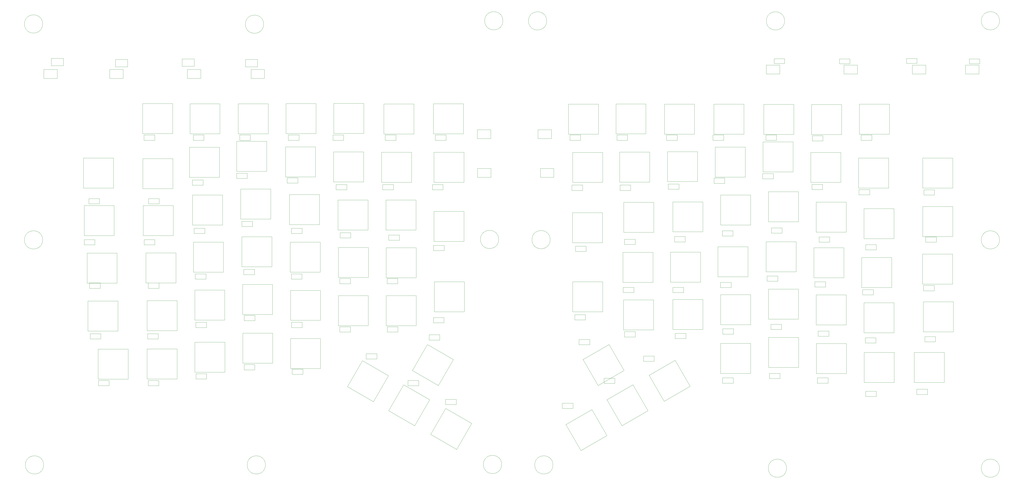
<source format=gbr>
%TF.GenerationSoftware,KiCad,Pcbnew,7.0.0-da2b9df05c~163~ubuntu22.04.1*%
%TF.CreationDate,2023-02-19T13:11:16+01:00*%
%TF.ProjectId,europe-ergo-smd,6575726f-7065-42d6-9572-676f2d736d64,rev?*%
%TF.SameCoordinates,Original*%
%TF.FileFunction,Other,User*%
%FSLAX46Y46*%
G04 Gerber Fmt 4.6, Leading zero omitted, Abs format (unit mm)*
G04 Created by KiCad (PCBNEW 7.0.0-da2b9df05c~163~ubuntu22.04.1) date 2023-02-19 13:11:16*
%MOMM*%
%LPD*%
G01*
G04 APERTURE LIST*
%ADD10C,0.050000*%
G04 APERTURE END LIST*
D10*
%TO.C,R12*%
X110870000Y-57950000D02*
X104970000Y-57950000D01*
X110870000Y-54050000D02*
X110870000Y-57950000D01*
X104970000Y-57950000D02*
X104970000Y-54050000D01*
X104970000Y-54050000D02*
X110870000Y-54050000D01*
%TO.C,R11*%
X301410000Y-84450000D02*
X295510000Y-84450000D01*
X301410000Y-80550000D02*
X301410000Y-84450000D01*
X295510000Y-84450000D02*
X295510000Y-80550000D01*
X295510000Y-80550000D02*
X301410000Y-80550000D01*
%TO.C,R10*%
X139870000Y-57950000D02*
X133970000Y-57950000D01*
X139870000Y-54050000D02*
X139870000Y-57950000D01*
X133970000Y-57950000D02*
X133970000Y-54050000D01*
X133970000Y-54050000D02*
X139870000Y-54050000D01*
%TO.C,R9*%
X301490000Y-101450000D02*
X295590000Y-101450000D01*
X301490000Y-97550000D02*
X301490000Y-101450000D01*
X295590000Y-101450000D02*
X295590000Y-97550000D01*
X295590000Y-97550000D02*
X301490000Y-97550000D01*
%TO.C,R8*%
X168050000Y-54050000D02*
X173950000Y-54050000D01*
X168050000Y-57950000D02*
X168050000Y-54050000D01*
X173950000Y-54050000D02*
X173950000Y-57950000D01*
X173950000Y-57950000D02*
X168050000Y-57950000D01*
%TO.C,R7*%
X196050000Y-54050000D02*
X201950000Y-54050000D01*
X196050000Y-57950000D02*
X196050000Y-54050000D01*
X201950000Y-54050000D02*
X201950000Y-57950000D01*
X201950000Y-57950000D02*
X196050000Y-57950000D01*
%TO.C,R6*%
X515960000Y-55950000D02*
X510060000Y-55950000D01*
X515960000Y-52050000D02*
X515960000Y-55950000D01*
X510060000Y-55950000D02*
X510060000Y-52050000D01*
X510060000Y-52050000D02*
X515960000Y-52050000D01*
%TO.C,R5*%
X322140000Y-80550000D02*
X328040000Y-80550000D01*
X322140000Y-84450000D02*
X322140000Y-80550000D01*
X328040000Y-80550000D02*
X328040000Y-84450000D01*
X328040000Y-84450000D02*
X322140000Y-84450000D01*
%TO.C,R4*%
X486680000Y-52050000D02*
X492580000Y-52050000D01*
X486680000Y-55950000D02*
X486680000Y-52050000D01*
X492580000Y-52050000D02*
X492580000Y-55950000D01*
X492580000Y-55950000D02*
X486680000Y-55950000D01*
%TO.C,R3*%
X323220000Y-97550000D02*
X329120000Y-97550000D01*
X323220000Y-101450000D02*
X323220000Y-97550000D01*
X329120000Y-97550000D02*
X329120000Y-101450000D01*
X329120000Y-101450000D02*
X323220000Y-101450000D01*
%TO.C,R2*%
X456600000Y-52050000D02*
X462500000Y-52050000D01*
X456600000Y-55950000D02*
X456600000Y-52050000D01*
X462500000Y-52050000D02*
X462500000Y-55950000D01*
X462500000Y-55950000D02*
X456600000Y-55950000D01*
%TO.C,R1*%
X428420000Y-55950000D02*
X422520000Y-55950000D01*
X428420000Y-52050000D02*
X428420000Y-55950000D01*
X422520000Y-55950000D02*
X422520000Y-52050000D01*
X422520000Y-52050000D02*
X428420000Y-52050000D01*
%TO.C,D102*%
X153730000Y-85150000D02*
X149030000Y-85150000D01*
X149030000Y-82850000D02*
X149030000Y-85150000D01*
X149030000Y-82850000D02*
X153730000Y-82850000D01*
X153730000Y-82850000D02*
X153730000Y-85150000D01*
%TO.C,D101*%
X127450000Y-131150000D02*
X122750000Y-131150000D01*
X122750000Y-128850000D02*
X122750000Y-131150000D01*
X122750000Y-128850000D02*
X127450000Y-128850000D01*
X127450000Y-128850000D02*
X127450000Y-131150000D01*
%TO.C,D100*%
X129460000Y-113150000D02*
X124760000Y-113150000D01*
X124760000Y-110850000D02*
X124760000Y-113150000D01*
X124760000Y-110850000D02*
X129460000Y-110850000D01*
X129460000Y-110850000D02*
X129460000Y-113150000D01*
%TO.C,D99*%
X130050000Y-172530000D02*
X125350000Y-172530000D01*
X125350000Y-170230000D02*
X125350000Y-172530000D01*
X125350000Y-170230000D02*
X130050000Y-170230000D01*
X130050000Y-170230000D02*
X130050000Y-172530000D01*
%TO.C,D98*%
X129760000Y-150250000D02*
X125060000Y-150250000D01*
X125060000Y-147950000D02*
X125060000Y-150250000D01*
X125060000Y-147950000D02*
X129760000Y-147950000D01*
X129760000Y-147950000D02*
X129760000Y-150250000D01*
%TO.C,D97*%
X133710000Y-193150000D02*
X129010000Y-193150000D01*
X129010000Y-190850000D02*
X129010000Y-193150000D01*
X129010000Y-190850000D02*
X133710000Y-190850000D01*
X133710000Y-190850000D02*
X133710000Y-193150000D01*
%TO.C,D96*%
X175350000Y-85150000D02*
X170650000Y-85150000D01*
X170650000Y-82850000D02*
X170650000Y-85150000D01*
X170650000Y-82850000D02*
X175350000Y-82850000D01*
X175350000Y-82850000D02*
X175350000Y-85150000D01*
%TO.C,D95*%
X155310000Y-172530000D02*
X150610000Y-172530000D01*
X150610000Y-170230000D02*
X150610000Y-172530000D01*
X150610000Y-170230000D02*
X155310000Y-170230000D01*
X155310000Y-170230000D02*
X155310000Y-172530000D01*
%TO.C,D94*%
X155570000Y-150250000D02*
X150870000Y-150250000D01*
X150870000Y-147950000D02*
X150870000Y-150250000D01*
X150870000Y-147950000D02*
X155570000Y-147950000D01*
X155570000Y-147950000D02*
X155570000Y-150250000D01*
%TO.C,D93*%
X153750000Y-131150000D02*
X149050000Y-131150000D01*
X149050000Y-128850000D02*
X149050000Y-131150000D01*
X149050000Y-128850000D02*
X153750000Y-128850000D01*
X153750000Y-128850000D02*
X153750000Y-131150000D01*
%TO.C,D92*%
X155730000Y-113150000D02*
X151030000Y-113150000D01*
X151030000Y-110850000D02*
X151030000Y-113150000D01*
X151030000Y-110850000D02*
X155730000Y-110850000D01*
X155730000Y-110850000D02*
X155730000Y-113150000D01*
%TO.C,D91*%
X155540000Y-193150000D02*
X150840000Y-193150000D01*
X150840000Y-190850000D02*
X150840000Y-193150000D01*
X150840000Y-190850000D02*
X155540000Y-190850000D01*
X155540000Y-190850000D02*
X155540000Y-193150000D01*
%TO.C,D90*%
X195750000Y-85150000D02*
X191050000Y-85150000D01*
X191050000Y-82850000D02*
X191050000Y-85150000D01*
X191050000Y-82850000D02*
X195750000Y-82850000D01*
X195750000Y-82850000D02*
X195750000Y-85150000D01*
%TO.C,D89*%
X176460000Y-167530000D02*
X171760000Y-167530000D01*
X171760000Y-165230000D02*
X171760000Y-167530000D01*
X171760000Y-165230000D02*
X176460000Y-165230000D01*
X176460000Y-165230000D02*
X176460000Y-167530000D01*
%TO.C,D88*%
X175760000Y-126150000D02*
X171060000Y-126150000D01*
X171060000Y-123850000D02*
X171060000Y-126150000D01*
X171060000Y-123850000D02*
X175760000Y-123850000D01*
X175760000Y-123850000D02*
X175760000Y-126150000D01*
%TO.C,D87*%
X174970000Y-104950000D02*
X170270000Y-104950000D01*
X170270000Y-102650000D02*
X170270000Y-104950000D01*
X170270000Y-102650000D02*
X174970000Y-102650000D01*
X174970000Y-102650000D02*
X174970000Y-104950000D01*
%TO.C,D86*%
X176550000Y-190150000D02*
X171850000Y-190150000D01*
X171850000Y-187850000D02*
X171850000Y-190150000D01*
X171850000Y-187850000D02*
X176550000Y-187850000D01*
X176550000Y-187850000D02*
X176550000Y-190150000D01*
%TO.C,D85*%
X176250000Y-146250000D02*
X171550000Y-146250000D01*
X171550000Y-143950000D02*
X171550000Y-146250000D01*
X171550000Y-143950000D02*
X176250000Y-143950000D01*
X176250000Y-143950000D02*
X176250000Y-146250000D01*
%TO.C,D84*%
X217150000Y-85150000D02*
X212450000Y-85150000D01*
X212450000Y-82850000D02*
X212450000Y-85150000D01*
X212450000Y-82850000D02*
X217150000Y-82850000D01*
X217150000Y-82850000D02*
X217150000Y-85150000D01*
%TO.C,D83*%
X197730000Y-186150000D02*
X193030000Y-186150000D01*
X193030000Y-183850000D02*
X193030000Y-186150000D01*
X193030000Y-183850000D02*
X197730000Y-183850000D01*
X197730000Y-183850000D02*
X197730000Y-186150000D01*
%TO.C,D82*%
X197770000Y-164530000D02*
X193070000Y-164530000D01*
X193070000Y-162230000D02*
X193070000Y-164530000D01*
X193070000Y-162230000D02*
X197770000Y-162230000D01*
X197770000Y-162230000D02*
X197770000Y-164530000D01*
%TO.C,D81*%
X197580000Y-144250000D02*
X192880000Y-144250000D01*
X192880000Y-141950000D02*
X192880000Y-144250000D01*
X192880000Y-141950000D02*
X197580000Y-141950000D01*
X197580000Y-141950000D02*
X197580000Y-144250000D01*
%TO.C,D80*%
X196700000Y-123150000D02*
X192000000Y-123150000D01*
X192000000Y-120850000D02*
X192000000Y-123150000D01*
X192000000Y-120850000D02*
X196700000Y-120850000D01*
X196700000Y-120850000D02*
X196700000Y-123150000D01*
%TO.C,D79*%
X194430000Y-101950000D02*
X189730000Y-101950000D01*
X189730000Y-99650000D02*
X189730000Y-101950000D01*
X189730000Y-99650000D02*
X194430000Y-99650000D01*
X194430000Y-99650000D02*
X194430000Y-101950000D01*
%TO.C,D78*%
X236730000Y-85150000D02*
X232030000Y-85150000D01*
X232030000Y-82850000D02*
X232030000Y-85150000D01*
X232030000Y-82850000D02*
X236730000Y-82850000D01*
X236730000Y-82850000D02*
X236730000Y-85150000D01*
%TO.C,D77*%
X218490000Y-126150000D02*
X213790000Y-126150000D01*
X213790000Y-123850000D02*
X213790000Y-126150000D01*
X213790000Y-123850000D02*
X218490000Y-123850000D01*
X218490000Y-123850000D02*
X218490000Y-126150000D01*
%TO.C,D76*%
X218850000Y-188150000D02*
X214150000Y-188150000D01*
X214150000Y-185850000D02*
X214150000Y-188150000D01*
X214150000Y-185850000D02*
X218850000Y-185850000D01*
X218850000Y-185850000D02*
X218850000Y-188150000D01*
%TO.C,D75*%
X218540000Y-167530000D02*
X213840000Y-167530000D01*
X213840000Y-165230000D02*
X213840000Y-167530000D01*
X213840000Y-165230000D02*
X218540000Y-165230000D01*
X218540000Y-165230000D02*
X218540000Y-167530000D01*
%TO.C,D74*%
X218460000Y-146250000D02*
X213760000Y-146250000D01*
X213760000Y-143950000D02*
X213760000Y-146250000D01*
X213760000Y-143950000D02*
X218460000Y-143950000D01*
X218460000Y-143950000D02*
X218460000Y-146250000D01*
%TO.C,D73*%
X216650000Y-103950000D02*
X211950000Y-103950000D01*
X211950000Y-101650000D02*
X211950000Y-103950000D01*
X211950000Y-101650000D02*
X216650000Y-101650000D01*
X216650000Y-101650000D02*
X216650000Y-103950000D01*
%TO.C,D72*%
X259730000Y-85150000D02*
X255030000Y-85150000D01*
X255030000Y-82850000D02*
X255030000Y-85150000D01*
X255030000Y-82850000D02*
X259730000Y-82850000D01*
X259730000Y-82850000D02*
X259730000Y-85150000D01*
%TO.C,D71*%
X239730000Y-169530000D02*
X235030000Y-169530000D01*
X235030000Y-167230000D02*
X235030000Y-169530000D01*
X235030000Y-167230000D02*
X239730000Y-167230000D01*
X239730000Y-167230000D02*
X239730000Y-169530000D01*
%TO.C,D70*%
X239740000Y-148250000D02*
X235040000Y-148250000D01*
X235040000Y-145950000D02*
X235040000Y-148250000D01*
X235040000Y-145950000D02*
X239740000Y-145950000D01*
X239740000Y-145950000D02*
X239740000Y-148250000D01*
%TO.C,D69*%
X239890000Y-128150000D02*
X235190000Y-128150000D01*
X235190000Y-125850000D02*
X235190000Y-128150000D01*
X235190000Y-125850000D02*
X239890000Y-125850000D01*
X239890000Y-125850000D02*
X239890000Y-128150000D01*
%TO.C,D68*%
X238150000Y-106950000D02*
X233450000Y-106950000D01*
X233450000Y-104650000D02*
X233450000Y-106950000D01*
X233450000Y-104650000D02*
X238150000Y-104650000D01*
X238150000Y-104650000D02*
X238150000Y-106950000D01*
%TO.C,D67*%
X251350000Y-181400000D02*
X246650000Y-181400000D01*
X246650000Y-179100000D02*
X246650000Y-181400000D01*
X246650000Y-179100000D02*
X251350000Y-179100000D01*
X251350000Y-179100000D02*
X251350000Y-181400000D01*
%TO.C,D66*%
X281730000Y-85150000D02*
X277030000Y-85150000D01*
X277030000Y-82850000D02*
X277030000Y-85150000D01*
X277030000Y-82850000D02*
X281730000Y-82850000D01*
X281730000Y-82850000D02*
X281730000Y-85150000D01*
%TO.C,D65*%
X260630000Y-169530000D02*
X255930000Y-169530000D01*
X255930000Y-167230000D02*
X255930000Y-169530000D01*
X255930000Y-167230000D02*
X260630000Y-167230000D01*
X260630000Y-167230000D02*
X260630000Y-169530000D01*
%TO.C,D64*%
X258630000Y-106950000D02*
X253930000Y-106950000D01*
X253930000Y-104650000D02*
X253930000Y-106950000D01*
X253930000Y-104650000D02*
X258630000Y-104650000D01*
X258630000Y-104650000D02*
X258630000Y-106950000D01*
%TO.C,D63*%
X260540000Y-148250000D02*
X255840000Y-148250000D01*
X255840000Y-145950000D02*
X255840000Y-148250000D01*
X255840000Y-145950000D02*
X260540000Y-145950000D01*
X260540000Y-145950000D02*
X260540000Y-148250000D01*
%TO.C,D62*%
X261270000Y-129150000D02*
X256570000Y-129150000D01*
X256570000Y-126850000D02*
X256570000Y-129150000D01*
X256570000Y-126850000D02*
X261270000Y-126850000D01*
X261270000Y-126850000D02*
X261270000Y-129150000D01*
%TO.C,D61*%
X269730000Y-193150000D02*
X265030000Y-193150000D01*
X265030000Y-190850000D02*
X265030000Y-193150000D01*
X265030000Y-190850000D02*
X269730000Y-190850000D01*
X269730000Y-190850000D02*
X269730000Y-193150000D01*
%TO.C,D60*%
X280430000Y-106950000D02*
X275730000Y-106950000D01*
X275730000Y-104650000D02*
X275730000Y-106950000D01*
X275730000Y-104650000D02*
X280430000Y-104650000D01*
X280430000Y-104650000D02*
X280430000Y-106950000D01*
%TO.C,D59*%
X280910000Y-133690000D02*
X276210000Y-133690000D01*
X276210000Y-131390000D02*
X276210000Y-133690000D01*
X276210000Y-131390000D02*
X280910000Y-131390000D01*
X280910000Y-131390000D02*
X280910000Y-133690000D01*
%TO.C,D58*%
X280870000Y-165430000D02*
X276170000Y-165430000D01*
X276170000Y-163130000D02*
X276170000Y-165430000D01*
X276170000Y-163130000D02*
X280870000Y-163130000D01*
X280870000Y-163130000D02*
X280870000Y-165430000D01*
%TO.C,D57*%
X279010000Y-173030000D02*
X274310000Y-173030000D01*
X274310000Y-170730000D02*
X274310000Y-173030000D01*
X274310000Y-170730000D02*
X279010000Y-170730000D01*
X279010000Y-170730000D02*
X279010000Y-173030000D01*
%TO.C,D56*%
X286239600Y-201434700D02*
X281539600Y-201434700D01*
X281539600Y-199134700D02*
X281539600Y-201434700D01*
X281539600Y-199134700D02*
X286239600Y-199134700D01*
X286239600Y-199134700D02*
X286239600Y-201434700D01*
%TO.C,D47*%
X337540000Y-203150000D02*
X332840000Y-203150000D01*
X332840000Y-200850000D02*
X332840000Y-203150000D01*
X332840000Y-200850000D02*
X337540000Y-200850000D01*
X337540000Y-200850000D02*
X337540000Y-203150000D01*
%TO.C,D46*%
X344910000Y-175120600D02*
X340210000Y-175120600D01*
X340210000Y-172820600D02*
X340210000Y-175120600D01*
X340210000Y-172820600D02*
X344910000Y-172820600D01*
X344910000Y-172820600D02*
X344910000Y-175120600D01*
%TO.C,D45*%
X342990000Y-164150000D02*
X338290000Y-164150000D01*
X338290000Y-161850000D02*
X338290000Y-164150000D01*
X338290000Y-161850000D02*
X342990000Y-161850000D01*
X342990000Y-161850000D02*
X342990000Y-164150000D01*
%TO.C,D44*%
X355900000Y-192150000D02*
X351200000Y-192150000D01*
X351200000Y-189850000D02*
X351200000Y-192150000D01*
X351200000Y-189850000D02*
X355900000Y-189850000D01*
X355900000Y-189850000D02*
X355900000Y-192150000D01*
%TO.C,D43*%
X343350000Y-134070000D02*
X338650000Y-134070000D01*
X338650000Y-131770000D02*
X338650000Y-134070000D01*
X338650000Y-131770000D02*
X343350000Y-131770000D01*
X343350000Y-131770000D02*
X343350000Y-134070000D01*
%TO.C,D42*%
X341760000Y-107155000D02*
X337060000Y-107155000D01*
X337060000Y-104855000D02*
X337060000Y-107155000D01*
X337060000Y-104855000D02*
X341760000Y-104855000D01*
X341760000Y-104855000D02*
X341760000Y-107155000D01*
%TO.C,D41*%
X364280000Y-152190000D02*
X359580000Y-152190000D01*
X359580000Y-149890000D02*
X359580000Y-152190000D01*
X359580000Y-149890000D02*
X364280000Y-149890000D01*
X364280000Y-149890000D02*
X364280000Y-152190000D01*
%TO.C,D40*%
X364900000Y-130990000D02*
X360200000Y-130990000D01*
X360200000Y-128690000D02*
X360200000Y-130990000D01*
X360200000Y-128690000D02*
X364900000Y-128690000D01*
X364900000Y-128690000D02*
X364900000Y-130990000D01*
%TO.C,D39*%
X364870000Y-171675000D02*
X360170000Y-171675000D01*
X360170000Y-169375000D02*
X360170000Y-171675000D01*
X360170000Y-169375000D02*
X364870000Y-169375000D01*
X364870000Y-169375000D02*
X364870000Y-171675000D01*
%TO.C,D38*%
X362910000Y-107155000D02*
X358210000Y-107155000D01*
X358210000Y-104855000D02*
X358210000Y-107155000D01*
X358210000Y-104855000D02*
X362910000Y-104855000D01*
X362910000Y-104855000D02*
X362910000Y-107155000D01*
%TO.C,D37*%
X340900000Y-85150000D02*
X336200000Y-85150000D01*
X336200000Y-82850000D02*
X336200000Y-85150000D01*
X336200000Y-82850000D02*
X340900000Y-82850000D01*
X340900000Y-82850000D02*
X340900000Y-85150000D01*
%TO.C,D36*%
X373210000Y-182390000D02*
X368510000Y-182390000D01*
X368510000Y-180090000D02*
X368510000Y-182390000D01*
X368510000Y-180090000D02*
X373210000Y-180090000D01*
X373210000Y-180090000D02*
X373210000Y-182390000D01*
%TO.C,D35*%
X387150000Y-172410000D02*
X382450000Y-172410000D01*
X382450000Y-170110000D02*
X382450000Y-172410000D01*
X382450000Y-170110000D02*
X387150000Y-170110000D01*
X387150000Y-170110000D02*
X387150000Y-172410000D01*
%TO.C,D34*%
X386150000Y-152190000D02*
X381450000Y-152190000D01*
X381450000Y-149890000D02*
X381450000Y-152190000D01*
X381450000Y-149890000D02*
X386150000Y-149890000D01*
X386150000Y-149890000D02*
X386150000Y-152190000D01*
%TO.C,D33*%
X386870000Y-129850000D02*
X382170000Y-129850000D01*
X382170000Y-127550000D02*
X382170000Y-129850000D01*
X382170000Y-127550000D02*
X386870000Y-127550000D01*
X386870000Y-127550000D02*
X386870000Y-129850000D01*
%TO.C,D32*%
X384110000Y-106715000D02*
X379410000Y-106715000D01*
X379410000Y-104415000D02*
X379410000Y-106715000D01*
X379410000Y-104415000D02*
X384110000Y-104415000D01*
X384110000Y-104415000D02*
X384110000Y-106715000D01*
%TO.C,D31*%
X361540000Y-85150000D02*
X356840000Y-85150000D01*
X356840000Y-82850000D02*
X356840000Y-85150000D01*
X356840000Y-82850000D02*
X361540000Y-82850000D01*
X361540000Y-82850000D02*
X361540000Y-85150000D01*
%TO.C,D30*%
X407970000Y-191990000D02*
X403270000Y-191990000D01*
X403270000Y-189690000D02*
X403270000Y-191990000D01*
X403270000Y-189690000D02*
X407970000Y-189690000D01*
X407970000Y-189690000D02*
X407970000Y-191990000D01*
%TO.C,D29*%
X408070000Y-170410000D02*
X403370000Y-170410000D01*
X403370000Y-168110000D02*
X403370000Y-170410000D01*
X403370000Y-168110000D02*
X408070000Y-168110000D01*
X408070000Y-168110000D02*
X408070000Y-170410000D01*
%TO.C,D28*%
X407060000Y-149990000D02*
X402360000Y-149990000D01*
X402360000Y-147690000D02*
X402360000Y-149990000D01*
X402360000Y-147690000D02*
X407060000Y-147690000D01*
X407060000Y-147690000D02*
X407060000Y-149990000D01*
%TO.C,D27*%
X404210000Y-104115000D02*
X399510000Y-104115000D01*
X399510000Y-101815000D02*
X399510000Y-104115000D01*
X399510000Y-101815000D02*
X404210000Y-101815000D01*
X404210000Y-101815000D02*
X404210000Y-104115000D01*
%TO.C,D26*%
X407870000Y-127250000D02*
X403170000Y-127250000D01*
X403170000Y-124950000D02*
X403170000Y-127250000D01*
X403170000Y-124950000D02*
X407870000Y-124950000D01*
X407870000Y-124950000D02*
X407870000Y-127250000D01*
%TO.C,D25*%
X383350000Y-85150000D02*
X378650000Y-85150000D01*
X378650000Y-82850000D02*
X378650000Y-85150000D01*
X378650000Y-82850000D02*
X383350000Y-82850000D01*
X383350000Y-82850000D02*
X383350000Y-85150000D01*
%TO.C,D24*%
X428520000Y-189990000D02*
X423820000Y-189990000D01*
X423820000Y-187690000D02*
X423820000Y-189990000D01*
X423820000Y-187690000D02*
X428520000Y-187690000D01*
X428520000Y-187690000D02*
X428520000Y-189990000D01*
%TO.C,D23*%
X429210000Y-168410000D02*
X424510000Y-168410000D01*
X424510000Y-166110000D02*
X424510000Y-168410000D01*
X424510000Y-166110000D02*
X429210000Y-166110000D01*
X429210000Y-166110000D02*
X429210000Y-168410000D01*
%TO.C,D22*%
X427550000Y-147190000D02*
X422850000Y-147190000D01*
X422850000Y-144890000D02*
X422850000Y-147190000D01*
X422850000Y-144890000D02*
X427550000Y-144890000D01*
X427550000Y-144890000D02*
X427550000Y-147190000D01*
%TO.C,D21*%
X429450000Y-125990000D02*
X424750000Y-125990000D01*
X424750000Y-123690000D02*
X424750000Y-125990000D01*
X424750000Y-123690000D02*
X429450000Y-123690000D01*
X429450000Y-123690000D02*
X429450000Y-125990000D01*
%TO.C,D20*%
X425610000Y-102155000D02*
X420910000Y-102155000D01*
X420910000Y-99855000D02*
X420910000Y-102155000D01*
X420910000Y-99855000D02*
X425610000Y-99855000D01*
X425610000Y-99855000D02*
X425610000Y-102155000D01*
%TO.C,D19*%
X403740000Y-85150000D02*
X399040000Y-85150000D01*
X399040000Y-82850000D02*
X399040000Y-85150000D01*
X399040000Y-82850000D02*
X403740000Y-82850000D01*
X403740000Y-82850000D02*
X403740000Y-85150000D01*
%TO.C,D18*%
X449640000Y-191990000D02*
X444940000Y-191990000D01*
X444940000Y-189690000D02*
X444940000Y-191990000D01*
X444940000Y-189690000D02*
X449640000Y-189690000D01*
X449640000Y-189690000D02*
X449640000Y-191990000D01*
%TO.C,D17*%
X448540000Y-149715000D02*
X443840000Y-149715000D01*
X443840000Y-147415000D02*
X443840000Y-149715000D01*
X443840000Y-147415000D02*
X448540000Y-147415000D01*
X448540000Y-147415000D02*
X448540000Y-149715000D01*
%TO.C,D16*%
X449970000Y-171410000D02*
X445270000Y-171410000D01*
X445270000Y-169110000D02*
X445270000Y-171410000D01*
X445270000Y-169110000D02*
X449970000Y-169110000D01*
X449970000Y-169110000D02*
X449970000Y-171410000D01*
%TO.C,D15*%
X450370000Y-129990000D02*
X445670000Y-129990000D01*
X445670000Y-127690000D02*
X445670000Y-129990000D01*
X445670000Y-127690000D02*
X450370000Y-127690000D01*
X450370000Y-127690000D02*
X450370000Y-129990000D01*
%TO.C,D14*%
X447210000Y-106890000D02*
X442510000Y-106890000D01*
X442510000Y-104590000D02*
X442510000Y-106890000D01*
X442510000Y-104590000D02*
X447210000Y-104590000D01*
X447210000Y-104590000D02*
X447210000Y-106890000D01*
%TO.C,D13*%
X427000000Y-85150000D02*
X422300000Y-85150000D01*
X422300000Y-82850000D02*
X422300000Y-85150000D01*
X422300000Y-82850000D02*
X427000000Y-82850000D01*
X427000000Y-82850000D02*
X427000000Y-85150000D01*
%TO.C,D12*%
X470840000Y-197850000D02*
X466140000Y-197850000D01*
X466140000Y-195550000D02*
X466140000Y-197850000D01*
X466140000Y-195550000D02*
X470840000Y-195550000D01*
X470840000Y-195550000D02*
X470840000Y-197850000D01*
%TO.C,D11*%
X470670000Y-174370000D02*
X465970000Y-174370000D01*
X465970000Y-172070000D02*
X465970000Y-174370000D01*
X465970000Y-172070000D02*
X470670000Y-172070000D01*
X470670000Y-172070000D02*
X470670000Y-174370000D01*
%TO.C,D10*%
X469540000Y-153190000D02*
X464840000Y-153190000D01*
X464840000Y-150890000D02*
X464840000Y-153190000D01*
X464840000Y-150890000D02*
X469540000Y-150890000D01*
X469540000Y-150890000D02*
X469540000Y-153190000D01*
%TO.C,D9*%
X470850000Y-133350000D02*
X466150000Y-133350000D01*
X466150000Y-131050000D02*
X466150000Y-133350000D01*
X466150000Y-131050000D02*
X470850000Y-131050000D01*
X470850000Y-131050000D02*
X470850000Y-133350000D01*
%TO.C,D8*%
X467910000Y-109155000D02*
X463210000Y-109155000D01*
X463210000Y-106855000D02*
X463210000Y-109155000D01*
X463210000Y-106855000D02*
X467910000Y-106855000D01*
X467910000Y-106855000D02*
X467910000Y-109155000D01*
%TO.C,D7*%
X447400000Y-85410000D02*
X442700000Y-85410000D01*
X442700000Y-83110000D02*
X442700000Y-85410000D01*
X442700000Y-83110000D02*
X447400000Y-83110000D01*
X447400000Y-83110000D02*
X447400000Y-85410000D01*
%TO.C,D6*%
X493320000Y-196990000D02*
X488620000Y-196990000D01*
X488620000Y-194690000D02*
X488620000Y-196990000D01*
X488620000Y-194690000D02*
X493320000Y-194690000D01*
X493320000Y-194690000D02*
X493320000Y-196990000D01*
%TO.C,D5*%
X496825000Y-173810000D02*
X492125000Y-173810000D01*
X492125000Y-171510000D02*
X492125000Y-173810000D01*
X492125000Y-171510000D02*
X496825000Y-171510000D01*
X496825000Y-171510000D02*
X496825000Y-173810000D01*
%TO.C,D4*%
X496295000Y-151355000D02*
X491595000Y-151355000D01*
X491595000Y-149055000D02*
X491595000Y-151355000D01*
X491595000Y-149055000D02*
X496295000Y-149055000D01*
X496295000Y-149055000D02*
X496295000Y-151355000D01*
%TO.C,D3*%
X497205000Y-129950000D02*
X492505000Y-129950000D01*
X492505000Y-127650000D02*
X492505000Y-129950000D01*
X492505000Y-127650000D02*
X497205000Y-127650000D01*
X497205000Y-127650000D02*
X497205000Y-129950000D01*
%TO.C,D2*%
X496395000Y-109215000D02*
X491695000Y-109215000D01*
X491695000Y-106915000D02*
X491695000Y-109215000D01*
X491695000Y-106915000D02*
X496395000Y-106915000D01*
X496395000Y-106915000D02*
X496395000Y-109215000D01*
%TO.C,D1*%
X468870000Y-85150000D02*
X464170000Y-85150000D01*
X464170000Y-82850000D02*
X464170000Y-85150000D01*
X464170000Y-82850000D02*
X468870000Y-82850000D01*
X468870000Y-82850000D02*
X468870000Y-85150000D01*
%TO.C,H15*%
X306750000Y-32600000D02*
G75*
G03*
X306750000Y-32600000I-4000000J0D01*
G01*
%TO.C,SW43*%
X337300000Y-130220000D02*
X337300000Y-117020000D01*
X350500000Y-130220000D02*
X337300000Y-130220000D01*
X337300000Y-117020000D02*
X350500000Y-117020000D01*
X350500000Y-117020000D02*
X350500000Y-130220000D01*
%TO.C,SW89*%
X150360000Y-155680000D02*
X163560000Y-155680000D01*
X150360000Y-168880000D02*
X150360000Y-155680000D01*
X163560000Y-155680000D02*
X163560000Y-168880000D01*
X163560000Y-168880000D02*
X150360000Y-168880000D01*
%TO.C,SW3*%
X491255000Y-114280000D02*
X504455000Y-114280000D01*
X491255000Y-127480000D02*
X491255000Y-114280000D01*
X504455000Y-114280000D02*
X504455000Y-127480000D01*
X504455000Y-127480000D02*
X491255000Y-127480000D01*
%TO.C,H3*%
X525000000Y-32600000D02*
G75*
G03*
X525000000Y-32600000I-4000000J0D01*
G01*
%TO.C,D51*%
X511730000Y-49390000D02*
X511730000Y-51490000D01*
X511730000Y-51490000D02*
X516320000Y-51490000D01*
X516320000Y-49390000D02*
X511730000Y-49390000D01*
X516320000Y-51490000D02*
X516320000Y-49390000D01*
%TO.C,SW21*%
X423400000Y-107780000D02*
X436600000Y-107780000D01*
X423400000Y-120980000D02*
X423400000Y-107780000D01*
X436600000Y-107780000D02*
X436600000Y-120980000D01*
X436600000Y-120980000D02*
X423400000Y-120980000D01*
%TO.C,SW28*%
X402400000Y-153100000D02*
X415600000Y-153100000D01*
X402400000Y-166300000D02*
X402400000Y-153100000D01*
X415600000Y-153100000D02*
X415600000Y-166300000D01*
X415600000Y-166300000D02*
X402400000Y-166300000D01*
%TO.C,SW80*%
X171400000Y-174000000D02*
X184600000Y-174000000D01*
X171400000Y-187200000D02*
X171400000Y-174000000D01*
X184600000Y-174000000D02*
X184600000Y-187200000D01*
X184600000Y-187200000D02*
X171400000Y-187200000D01*
%TO.C,SW5*%
X491155000Y-135200000D02*
X504355000Y-135200000D01*
X491155000Y-148400000D02*
X491155000Y-135200000D01*
X504355000Y-135200000D02*
X504355000Y-148400000D01*
X504355000Y-148400000D02*
X491155000Y-148400000D01*
%TO.C,SW9*%
X465400000Y-115240000D02*
X478600000Y-115240000D01*
X465400000Y-128440000D02*
X465400000Y-115240000D01*
X478600000Y-115240000D02*
X478600000Y-128440000D01*
X478600000Y-128440000D02*
X465400000Y-128440000D01*
%TO.C,H11*%
X104900000Y-228000000D02*
G75*
G03*
X104900000Y-228000000I-4000000J0D01*
G01*
%TO.C,SW35*%
X370984228Y-188584241D02*
X382415763Y-181984241D01*
X377584228Y-200015777D02*
X370984228Y-188584241D01*
X382415763Y-181984241D02*
X389015763Y-193415777D01*
X389015763Y-193415777D02*
X377584228Y-200015777D01*
%TO.C,SW34*%
X381400000Y-155200000D02*
X394600000Y-155200000D01*
X381400000Y-168400000D02*
X381400000Y-155200000D01*
X394600000Y-155200000D02*
X394600000Y-168400000D01*
X394600000Y-168400000D02*
X381400000Y-168400000D01*
%TO.C,H9*%
X104500000Y-34000000D02*
G75*
G03*
X104500000Y-34000000I-4000000J0D01*
G01*
%TO.C,SW53*%
X276400000Y-129600000D02*
X276400000Y-116400000D01*
X289600000Y-129600000D02*
X276400000Y-129600000D01*
X276400000Y-116400000D02*
X289600000Y-116400000D01*
X289600000Y-116400000D02*
X289600000Y-129600000D01*
%TO.C,SW11*%
X464400000Y-136780000D02*
X477600000Y-136780000D01*
X464400000Y-149980000D02*
X464400000Y-136780000D01*
X477600000Y-136780000D02*
X477600000Y-149980000D01*
X477600000Y-149980000D02*
X464400000Y-149980000D01*
%TO.C,SW7*%
X442400000Y-69400000D02*
X455600000Y-69400000D01*
X442400000Y-82600000D02*
X442400000Y-69400000D01*
X455600000Y-69400000D02*
X455600000Y-82600000D01*
X455600000Y-82600000D02*
X442400000Y-82600000D01*
%TO.C,SW58*%
X255320000Y-111400000D02*
X268520000Y-111400000D01*
X255320000Y-124600000D02*
X255320000Y-111400000D01*
X268520000Y-111400000D02*
X268520000Y-124600000D01*
X268520000Y-124600000D02*
X255320000Y-124600000D01*
%TO.C,SW76*%
X191540000Y-106600000D02*
X204740000Y-106600000D01*
X191540000Y-119800000D02*
X191540000Y-106600000D01*
X204740000Y-106600000D02*
X204740000Y-119800000D01*
X204740000Y-119800000D02*
X191540000Y-119800000D01*
%TO.C,H8*%
X431400000Y-229450000D02*
G75*
G03*
X431400000Y-229450000I-4000000J0D01*
G01*
%TO.C,SW20*%
X421070000Y-85880000D02*
X434270000Y-85880000D01*
X421070000Y-99080000D02*
X421070000Y-85880000D01*
X434270000Y-85880000D02*
X434270000Y-99080000D01*
X434270000Y-99080000D02*
X421070000Y-99080000D01*
%TO.C,SW29*%
X401210000Y-131980000D02*
X414410000Y-131980000D01*
X401210000Y-145180000D02*
X401210000Y-131980000D01*
X414410000Y-131980000D02*
X414410000Y-145180000D01*
X414410000Y-145180000D02*
X401210000Y-145180000D01*
%TO.C,SW17*%
X443400000Y-132440000D02*
X456600000Y-132440000D01*
X443400000Y-145640000D02*
X443400000Y-132440000D01*
X456600000Y-132440000D02*
X456600000Y-145640000D01*
X456600000Y-145640000D02*
X443400000Y-145640000D01*
%TO.C,SW74*%
X192400000Y-170000000D02*
X205600000Y-170000000D01*
X192400000Y-183200000D02*
X192400000Y-170000000D01*
X205600000Y-170000000D02*
X205600000Y-183200000D01*
X205600000Y-183200000D02*
X192400000Y-183200000D01*
%TO.C,H1*%
X525000000Y-229450000D02*
G75*
G03*
X525000000Y-229450000I-4000000J0D01*
G01*
%TO.C,SW66*%
X254400000Y-69200000D02*
X267600000Y-69200000D01*
X254400000Y-82400000D02*
X254400000Y-69200000D01*
X267600000Y-69200000D02*
X267600000Y-82400000D01*
X267600000Y-82400000D02*
X254400000Y-82400000D01*
%TO.C,SW85*%
X149830000Y-134700000D02*
X163030000Y-134700000D01*
X149830000Y-147900000D02*
X149830000Y-134700000D01*
X163030000Y-134700000D02*
X163030000Y-147900000D01*
X163030000Y-147900000D02*
X149830000Y-147900000D01*
%TO.C,SW15*%
X444400000Y-112380000D02*
X457600000Y-112380000D01*
X444400000Y-125580000D02*
X444400000Y-112380000D01*
X457600000Y-112380000D02*
X457600000Y-125580000D01*
X457600000Y-125580000D02*
X444400000Y-125580000D01*
%TO.C,SW6*%
X487470000Y-178480000D02*
X500670000Y-178480000D01*
X487470000Y-191680000D02*
X487470000Y-178480000D01*
X500670000Y-178480000D02*
X500670000Y-191680000D01*
X500670000Y-191680000D02*
X487470000Y-191680000D01*
%TO.C,SW27*%
X402400000Y-109240000D02*
X415600000Y-109240000D01*
X402400000Y-122440000D02*
X402400000Y-109240000D01*
X415600000Y-109240000D02*
X415600000Y-122440000D01*
X415600000Y-122440000D02*
X402400000Y-122440000D01*
%TO.C,SW88*%
X148700000Y-113900000D02*
X161900000Y-113900000D01*
X148700000Y-127100000D02*
X148700000Y-113900000D01*
X161900000Y-113900000D02*
X161900000Y-127100000D01*
X161900000Y-127100000D02*
X148700000Y-127100000D01*
%TO.C,SW62*%
X232300000Y-90300000D02*
X245500000Y-90300000D01*
X232300000Y-103500000D02*
X232300000Y-90300000D01*
X245500000Y-90300000D02*
X245500000Y-103500000D01*
X245500000Y-103500000D02*
X232300000Y-103500000D01*
%TO.C,SW87*%
X148480000Y-93200000D02*
X161680000Y-93200000D01*
X148480000Y-106400000D02*
X148480000Y-93200000D01*
X161680000Y-93200000D02*
X161680000Y-106400000D01*
X161680000Y-106400000D02*
X148480000Y-106400000D01*
%TO.C,SW4*%
X491455000Y-156200000D02*
X504655000Y-156200000D01*
X491455000Y-169400000D02*
X491455000Y-156200000D01*
X504655000Y-156200000D02*
X504655000Y-169400000D01*
X504655000Y-169400000D02*
X491455000Y-169400000D01*
%TO.C,SW93*%
X122400000Y-93000000D02*
X135600000Y-93000000D01*
X122400000Y-106200000D02*
X122400000Y-93000000D01*
X135600000Y-93000000D02*
X135600000Y-106200000D01*
X135600000Y-106200000D02*
X122400000Y-106200000D01*
%TO.C,SW90*%
X169200000Y-69100000D02*
X182400000Y-69100000D01*
X169200000Y-82300000D02*
X169200000Y-69100000D01*
X182400000Y-69100000D02*
X182400000Y-82300000D01*
X182400000Y-82300000D02*
X169200000Y-82300000D01*
%TO.C,SW39*%
X359830000Y-112480000D02*
X373030000Y-112480000D01*
X359830000Y-125680000D02*
X359830000Y-112480000D01*
X373030000Y-112480000D02*
X373030000Y-125680000D01*
X373030000Y-125680000D02*
X359830000Y-125680000D01*
%TO.C,SW31*%
X356400000Y-69140000D02*
X369600000Y-69140000D01*
X356400000Y-82340000D02*
X356400000Y-69140000D01*
X369600000Y-69140000D02*
X369600000Y-82340000D01*
X369600000Y-82340000D02*
X356400000Y-82340000D01*
%TO.C,SW81*%
X169020000Y-88200000D02*
X182220000Y-88200000D01*
X169020000Y-101400000D02*
X169020000Y-88200000D01*
X182220000Y-88200000D02*
X182220000Y-101400000D01*
X182220000Y-101400000D02*
X169020000Y-101400000D01*
%TO.C,H5*%
X326000000Y-32650000D02*
G75*
G03*
X326000000Y-32650000I-4000000J0D01*
G01*
%TO.C,SW54*%
X276580000Y-160600000D02*
X276580000Y-147400000D01*
X289780000Y-160600000D02*
X276580000Y-160600000D01*
X276580000Y-147400000D02*
X289780000Y-147400000D01*
X289780000Y-147400000D02*
X289780000Y-160600000D01*
%TO.C,SW19*%
X399480000Y-69260000D02*
X412680000Y-69260000D01*
X399480000Y-82460000D02*
X399480000Y-69260000D01*
X412680000Y-69260000D02*
X412680000Y-82460000D01*
X412680000Y-82460000D02*
X399480000Y-82460000D01*
%TO.C,SW47*%
X334394228Y-210244241D02*
X345825763Y-203644241D01*
X340994228Y-221675777D02*
X334394228Y-210244241D01*
X345825763Y-203644241D02*
X352425763Y-215075777D01*
X352425763Y-215075777D02*
X340994228Y-221675777D01*
%TO.C,D49*%
X454614700Y-49390000D02*
X454614700Y-51490000D01*
X454614700Y-51490000D02*
X459204700Y-51490000D01*
X459204700Y-49390000D02*
X454614700Y-49390000D01*
X459204700Y-51490000D02*
X459204700Y-49390000D01*
%TO.C,SW18*%
X444470000Y-174580000D02*
X457670000Y-174580000D01*
X444470000Y-187780000D02*
X444470000Y-174580000D01*
X457670000Y-174580000D02*
X457670000Y-187780000D01*
X457670000Y-187780000D02*
X444470000Y-187780000D01*
%TO.C,SW96*%
X148400000Y-69000000D02*
X161600000Y-69000000D01*
X148400000Y-82200000D02*
X148400000Y-69000000D01*
X161600000Y-69000000D02*
X161600000Y-82200000D01*
X161600000Y-82200000D02*
X148400000Y-82200000D01*
%TO.C,H4*%
X430550000Y-32650000D02*
G75*
G03*
X430550000Y-32650000I-4000000J0D01*
G01*
%TO.C,SW67*%
X213240000Y-130000000D02*
X226440000Y-130000000D01*
X213240000Y-143200000D02*
X213240000Y-130000000D01*
X226440000Y-130000000D02*
X226440000Y-143200000D01*
X226440000Y-143200000D02*
X213240000Y-143200000D01*
%TO.C,SW41*%
X359530000Y-134480000D02*
X372730000Y-134480000D01*
X359530000Y-147680000D02*
X359530000Y-134480000D01*
X372730000Y-134480000D02*
X372730000Y-147680000D01*
X372730000Y-147680000D02*
X359530000Y-147680000D01*
%TO.C,SW46*%
X341984228Y-181584241D02*
X353415763Y-174984241D01*
X348584228Y-193015777D02*
X341984228Y-181584241D01*
X353415763Y-174984241D02*
X360015763Y-186415777D01*
X360015763Y-186415777D02*
X348584228Y-193015777D01*
%TO.C,SW16*%
X444400000Y-153200000D02*
X457600000Y-153200000D01*
X444400000Y-166400000D02*
X444400000Y-153200000D01*
X457600000Y-153200000D02*
X457600000Y-166400000D01*
X457600000Y-166400000D02*
X444400000Y-166400000D01*
%TO.C,SW22*%
X423400000Y-150620000D02*
X436600000Y-150620000D01*
X423400000Y-163820000D02*
X423400000Y-150620000D01*
X436600000Y-150620000D02*
X436600000Y-163820000D01*
X436600000Y-163820000D02*
X423400000Y-163820000D01*
%TO.C,SW26*%
X400070000Y-88140000D02*
X413270000Y-88140000D01*
X400070000Y-101340000D02*
X400070000Y-88140000D01*
X413270000Y-88140000D02*
X413270000Y-101340000D01*
X413270000Y-101340000D02*
X400070000Y-101340000D01*
%TO.C,D54*%
X136500000Y-49600000D02*
X136500000Y-52800000D01*
X136500000Y-52800000D02*
X141790000Y-52800000D01*
X141790000Y-49600000D02*
X136500000Y-49600000D01*
X141790000Y-52800000D02*
X141790000Y-49600000D01*
%TO.C,SW12*%
X465470000Y-178480000D02*
X478670000Y-178480000D01*
X465470000Y-191680000D02*
X465470000Y-178480000D01*
X478670000Y-178480000D02*
X478670000Y-191680000D01*
X478670000Y-191680000D02*
X465470000Y-191680000D01*
%TO.C,SW84*%
X190400000Y-69100000D02*
X203600000Y-69100000D01*
X190400000Y-82300000D02*
X190400000Y-69100000D01*
X203600000Y-69100000D02*
X203600000Y-82300000D01*
X203600000Y-82300000D02*
X190400000Y-82300000D01*
%TO.C,SW60*%
X276200000Y-69100000D02*
X289400000Y-69100000D01*
X276200000Y-82300000D02*
X276200000Y-69100000D01*
X289400000Y-69100000D02*
X289400000Y-82300000D01*
X289400000Y-82300000D02*
X276200000Y-82300000D01*
%TO.C,SW56*%
X255400000Y-132400000D02*
X268600000Y-132400000D01*
X255400000Y-145600000D02*
X255400000Y-132400000D01*
X268600000Y-132400000D02*
X268600000Y-145600000D01*
X268600000Y-145600000D02*
X255400000Y-145600000D01*
%TO.C,SW36*%
X380400000Y-134380000D02*
X393600000Y-134380000D01*
X380400000Y-147580000D02*
X380400000Y-134380000D01*
X393600000Y-134380000D02*
X393600000Y-147580000D01*
X393600000Y-147580000D02*
X380400000Y-147580000D01*
%TO.C,H16*%
X306200000Y-227800000D02*
G75*
G03*
X306200000Y-227800000I-4000000J0D01*
G01*
%TO.C,H13*%
X304900000Y-128800000D02*
G75*
G03*
X304900000Y-128800000I-4000000J0D01*
G01*
%TO.C,H12*%
X104500000Y-129000000D02*
G75*
G03*
X104500000Y-129000000I-4000000J0D01*
G01*
%TO.C,H2*%
X525000000Y-129000000D02*
G75*
G03*
X525000000Y-129000000I-4000000J0D01*
G01*
%TO.C,SW1*%
X463400000Y-69240000D02*
X476600000Y-69240000D01*
X463400000Y-82440000D02*
X463400000Y-69240000D01*
X476600000Y-69240000D02*
X476600000Y-82440000D01*
X476600000Y-82440000D02*
X463400000Y-82440000D01*
%TO.C,SW73*%
X192040000Y-127600000D02*
X205240000Y-127600000D01*
X192040000Y-140800000D02*
X192040000Y-127600000D01*
X205240000Y-127600000D02*
X205240000Y-140800000D01*
X205240000Y-140800000D02*
X192040000Y-140800000D01*
%TO.C,D48*%
X425914700Y-49290000D02*
X425914700Y-51390000D01*
X425914700Y-51390000D02*
X430504700Y-51390000D01*
X430504700Y-49290000D02*
X425914700Y-49290000D01*
X430504700Y-51390000D02*
X430504700Y-49290000D01*
%TO.C,SW51*%
X273584228Y-174984241D02*
X285015763Y-181584241D01*
X266984228Y-186415777D02*
X273584228Y-174984241D01*
X285015763Y-181584241D02*
X278415763Y-193015777D01*
X278415763Y-193015777D02*
X266984228Y-186415777D01*
%TO.C,SW71*%
X213400000Y-151180000D02*
X226600000Y-151180000D01*
X213400000Y-164380000D02*
X213400000Y-151180000D01*
X226600000Y-151180000D02*
X226600000Y-164380000D01*
X226600000Y-164380000D02*
X213400000Y-164380000D01*
%TO.C,SW91*%
X123990000Y-134800000D02*
X137190000Y-134800000D01*
X123990000Y-148000000D02*
X123990000Y-134800000D01*
X137190000Y-134800000D02*
X137190000Y-148000000D01*
X137190000Y-148000000D02*
X123990000Y-148000000D01*
%TO.C,SW69*%
X211200000Y-88100000D02*
X224400000Y-88100000D01*
X211200000Y-101300000D02*
X211200000Y-88100000D01*
X224400000Y-88100000D02*
X224400000Y-101300000D01*
X224400000Y-101300000D02*
X211200000Y-101300000D01*
%TO.C,SW86*%
X150400000Y-176980000D02*
X163600000Y-176980000D01*
X150400000Y-190180000D02*
X150400000Y-176980000D01*
X163600000Y-176980000D02*
X163600000Y-190180000D01*
X163600000Y-190180000D02*
X150400000Y-190180000D01*
%TO.C,H7*%
X328750000Y-228000000D02*
G75*
G03*
X328750000Y-228000000I-4000000J0D01*
G01*
%TO.C,SW32*%
X379070000Y-90140000D02*
X392270000Y-90140000D01*
X379070000Y-103340000D02*
X379070000Y-90140000D01*
X392270000Y-90140000D02*
X392270000Y-103340000D01*
X392270000Y-103340000D02*
X379070000Y-103340000D01*
%TO.C,D55*%
X108300000Y-49100000D02*
X108300000Y-52300000D01*
X108300000Y-52300000D02*
X113590000Y-52300000D01*
X113590000Y-49100000D02*
X108300000Y-49100000D01*
X113590000Y-52300000D02*
X113590000Y-49100000D01*
%TO.C,SW2*%
X491255000Y-92940000D02*
X504455000Y-92940000D01*
X491255000Y-106140000D02*
X491255000Y-92940000D01*
X504455000Y-92940000D02*
X504455000Y-106140000D01*
X504455000Y-106140000D02*
X491255000Y-106140000D01*
%TO.C,SW10*%
X465400000Y-156660000D02*
X478600000Y-156660000D01*
X465400000Y-169860000D02*
X465400000Y-156660000D01*
X478600000Y-156660000D02*
X478600000Y-169860000D01*
X478600000Y-169860000D02*
X465400000Y-169860000D01*
%TO.C,SW77*%
X192320000Y-148580000D02*
X205520000Y-148580000D01*
X192320000Y-161780000D02*
X192320000Y-148580000D01*
X205520000Y-148580000D02*
X205520000Y-161780000D01*
X205520000Y-161780000D02*
X192320000Y-161780000D01*
%TO.C,SW95*%
X124400000Y-155880000D02*
X137600000Y-155880000D01*
X124400000Y-169080000D02*
X124400000Y-155880000D01*
X137600000Y-155880000D02*
X137600000Y-169080000D01*
X137600000Y-169080000D02*
X124400000Y-169080000D01*
%TO.C,SW45*%
X352454228Y-199344241D02*
X363885763Y-192744241D01*
X359054228Y-210775777D02*
X352454228Y-199344241D01*
X363885763Y-192744241D02*
X370485763Y-204175777D01*
X370485763Y-204175777D02*
X359054228Y-210775777D01*
%TO.C,SW30*%
X402400000Y-174480000D02*
X415600000Y-174480000D01*
X402400000Y-187680000D02*
X402400000Y-174480000D01*
X415600000Y-174480000D02*
X415600000Y-187680000D01*
X415600000Y-187680000D02*
X402400000Y-187680000D01*
%TO.C,SW55*%
X263124228Y-192704241D02*
X274555763Y-199304241D01*
X256524228Y-204135777D02*
X263124228Y-192704241D01*
X274555763Y-199304241D02*
X267955763Y-210735777D01*
X267955763Y-210735777D02*
X256524228Y-204135777D01*
%TO.C,SW78*%
X211400000Y-69000000D02*
X224600000Y-69000000D01*
X211400000Y-82200000D02*
X211400000Y-69000000D01*
X224600000Y-69000000D02*
X224600000Y-82200000D01*
X224600000Y-82200000D02*
X211400000Y-82200000D01*
%TO.C,SW70*%
X212940000Y-109100000D02*
X226140000Y-109100000D01*
X212940000Y-122300000D02*
X212940000Y-109100000D01*
X226140000Y-109100000D02*
X226140000Y-122300000D01*
X226140000Y-122300000D02*
X212940000Y-122300000D01*
%TO.C,SW94*%
X122720000Y-113900000D02*
X135920000Y-113900000D01*
X122720000Y-127100000D02*
X122720000Y-113900000D01*
X135920000Y-113900000D02*
X135920000Y-127100000D01*
X135920000Y-127100000D02*
X122720000Y-127100000D01*
%TO.C,SW79*%
X170730000Y-130000000D02*
X183930000Y-130000000D01*
X170730000Y-143200000D02*
X170730000Y-130000000D01*
X183930000Y-130000000D02*
X183930000Y-143200000D01*
X183930000Y-143200000D02*
X170730000Y-143200000D01*
%TO.C,SW72*%
X232400000Y-68900000D02*
X245600000Y-68900000D01*
X232400000Y-82100000D02*
X232400000Y-68900000D01*
X245600000Y-68900000D02*
X245600000Y-82100000D01*
X245600000Y-82100000D02*
X232400000Y-82100000D01*
%TO.C,SW13*%
X421400000Y-69340000D02*
X434600000Y-69340000D01*
X421400000Y-82540000D02*
X421400000Y-69340000D01*
X434600000Y-69340000D02*
X434600000Y-82540000D01*
X434600000Y-82540000D02*
X421400000Y-82540000D01*
%TO.C,H14*%
X202400000Y-228000000D02*
G75*
G03*
X202400000Y-228000000I-4000000J0D01*
G01*
%TO.C,SW8*%
X463070000Y-92980000D02*
X476270000Y-92980000D01*
X463070000Y-106180000D02*
X463070000Y-92980000D01*
X476270000Y-92980000D02*
X476270000Y-106180000D01*
X476270000Y-106180000D02*
X463070000Y-106180000D01*
%TO.C,H6*%
X327550000Y-128900000D02*
G75*
G03*
X327550000Y-128900000I-4000000J0D01*
G01*
%TO.C,SW33*%
X381400000Y-112240000D02*
X394600000Y-112240000D01*
X381400000Y-125440000D02*
X381400000Y-112240000D01*
X394600000Y-112240000D02*
X394600000Y-125440000D01*
X394600000Y-125440000D02*
X381400000Y-125440000D01*
%TO.C,SW68*%
X213400000Y-172400000D02*
X226600000Y-172400000D01*
X213400000Y-185600000D02*
X213400000Y-172400000D01*
X226600000Y-172400000D02*
X226600000Y-185600000D01*
X226600000Y-185600000D02*
X213400000Y-185600000D01*
%TO.C,D52*%
X193600000Y-49600000D02*
X193600000Y-52800000D01*
X193600000Y-52800000D02*
X198890000Y-52800000D01*
X198890000Y-49600000D02*
X193600000Y-49600000D01*
X198890000Y-52800000D02*
X198890000Y-49600000D01*
%TO.C,SW37*%
X335530000Y-69240000D02*
X348730000Y-69240000D01*
X335530000Y-82440000D02*
X335530000Y-69240000D01*
X348730000Y-69240000D02*
X348730000Y-82440000D01*
X348730000Y-82440000D02*
X335530000Y-82440000D01*
%TO.C,SW25*%
X377740000Y-69240000D02*
X390940000Y-69240000D01*
X377740000Y-82440000D02*
X377740000Y-69240000D01*
X390940000Y-69240000D02*
X390940000Y-82440000D01*
X390940000Y-82440000D02*
X377740000Y-82440000D01*
%TO.C,SW64*%
X234400000Y-153480000D02*
X247600000Y-153480000D01*
X234400000Y-166680000D02*
X234400000Y-153480000D01*
X247600000Y-153480000D02*
X247600000Y-166680000D01*
X247600000Y-166680000D02*
X234400000Y-166680000D01*
%TO.C,SW38*%
X358070000Y-90380000D02*
X371270000Y-90380000D01*
X358070000Y-103580000D02*
X358070000Y-90380000D01*
X371270000Y-90380000D02*
X371270000Y-103580000D01*
X371270000Y-103580000D02*
X358070000Y-103580000D01*
%TO.C,SW52*%
X276400000Y-90400000D02*
X289600000Y-90400000D01*
X276400000Y-103600000D02*
X276400000Y-90400000D01*
X289600000Y-90400000D02*
X289600000Y-103600000D01*
X289600000Y-103600000D02*
X276400000Y-103600000D01*
%TO.C,SW63*%
X234240000Y-111400000D02*
X247440000Y-111400000D01*
X234240000Y-124600000D02*
X234240000Y-111400000D01*
X247440000Y-111400000D02*
X247440000Y-124600000D01*
X247440000Y-124600000D02*
X234240000Y-124600000D01*
%TO.C,SW82*%
X170320000Y-109200000D02*
X183520000Y-109200000D01*
X170320000Y-122400000D02*
X170320000Y-109200000D01*
X183520000Y-109200000D02*
X183520000Y-122400000D01*
X183520000Y-122400000D02*
X170320000Y-122400000D01*
%TO.C,SW92*%
X128860000Y-177080000D02*
X142060000Y-177080000D01*
X128860000Y-190280000D02*
X128860000Y-177080000D01*
X142060000Y-177080000D02*
X142060000Y-190280000D01*
X142060000Y-190280000D02*
X128860000Y-190280000D01*
%TO.C,H10*%
X201600000Y-34100000D02*
G75*
G03*
X201600000Y-34100000I-4000000J0D01*
G01*
%TO.C,SW75*%
X189700000Y-85600000D02*
X202900000Y-85600000D01*
X189700000Y-98800000D02*
X189700000Y-85600000D01*
X202900000Y-85600000D02*
X202900000Y-98800000D01*
X202900000Y-98800000D02*
X189700000Y-98800000D01*
%TO.C,SW50*%
X281613828Y-203088941D02*
X293045363Y-209688941D01*
X275013828Y-214520477D02*
X281613828Y-203088941D01*
X293045363Y-209688941D02*
X286445363Y-221120477D01*
X286445363Y-221120477D02*
X275013828Y-214520477D01*
%TO.C,SW65*%
X245044228Y-182154241D02*
X256475763Y-188754241D01*
X238444228Y-193585777D02*
X245044228Y-182154241D01*
X256475763Y-188754241D02*
X249875763Y-200185777D01*
X249875763Y-200185777D02*
X238444228Y-193585777D01*
%TO.C,SW57*%
X253400000Y-90400000D02*
X266600000Y-90400000D01*
X253400000Y-103600000D02*
X253400000Y-90400000D01*
X266600000Y-90400000D02*
X266600000Y-103600000D01*
X266600000Y-103600000D02*
X253400000Y-103600000D01*
%TO.C,SW44*%
X337400000Y-160600000D02*
X337400000Y-147400000D01*
X350600000Y-160600000D02*
X337400000Y-160600000D01*
X337400000Y-147400000D02*
X350600000Y-147400000D01*
X350600000Y-147400000D02*
X350600000Y-160600000D01*
%TO.C,SW61*%
X234420000Y-132300000D02*
X247620000Y-132300000D01*
X234420000Y-145500000D02*
X234420000Y-132300000D01*
X247620000Y-132300000D02*
X247620000Y-145500000D01*
X247620000Y-145500000D02*
X234420000Y-145500000D01*
%TO.C,SW59*%
X255400000Y-153480000D02*
X268600000Y-153480000D01*
X255400000Y-166680000D02*
X255400000Y-153480000D01*
X268600000Y-153480000D02*
X268600000Y-166680000D01*
X268600000Y-166680000D02*
X255400000Y-166680000D01*
%TO.C,SW40*%
X359730000Y-155400000D02*
X372930000Y-155400000D01*
X359730000Y-168600000D02*
X359730000Y-155400000D01*
X372930000Y-155400000D02*
X372930000Y-168600000D01*
X372930000Y-168600000D02*
X359730000Y-168600000D01*
%TO.C,SW24*%
X423470000Y-171880000D02*
X436670000Y-171880000D01*
X423470000Y-185080000D02*
X423470000Y-171880000D01*
X436670000Y-171880000D02*
X436670000Y-185080000D01*
X436670000Y-185080000D02*
X423470000Y-185080000D01*
%TO.C,SW83*%
X171320000Y-151080000D02*
X184520000Y-151080000D01*
X171320000Y-164280000D02*
X171320000Y-151080000D01*
X184520000Y-151080000D02*
X184520000Y-164280000D01*
X184520000Y-164280000D02*
X171320000Y-164280000D01*
%TO.C,D53*%
X165800000Y-49400000D02*
X165800000Y-52600000D01*
X165800000Y-52600000D02*
X171090000Y-52600000D01*
X171090000Y-49400000D02*
X165800000Y-49400000D01*
X171090000Y-52600000D02*
X171090000Y-49400000D01*
%TO.C,SW14*%
X442070000Y-90480000D02*
X455270000Y-90480000D01*
X442070000Y-103680000D02*
X442070000Y-90480000D01*
X455270000Y-90480000D02*
X455270000Y-103680000D01*
X455270000Y-103680000D02*
X442070000Y-103680000D01*
%TO.C,D50*%
X484114700Y-49190000D02*
X484114700Y-51290000D01*
X484114700Y-51290000D02*
X488704700Y-51290000D01*
X488704700Y-49190000D02*
X484114700Y-49190000D01*
X488704700Y-51290000D02*
X488704700Y-49190000D01*
%TO.C,SW23*%
X422400000Y-129780000D02*
X435600000Y-129780000D01*
X422400000Y-142980000D02*
X422400000Y-129780000D01*
X435600000Y-129780000D02*
X435600000Y-142980000D01*
X435600000Y-142980000D02*
X422400000Y-142980000D01*
%TO.C,SW42*%
X337400000Y-90480000D02*
X350600000Y-90480000D01*
X337400000Y-103680000D02*
X337400000Y-90480000D01*
X350600000Y-90480000D02*
X350600000Y-103680000D01*
X350600000Y-103680000D02*
X337400000Y-103680000D01*
%TD*%
M02*

</source>
